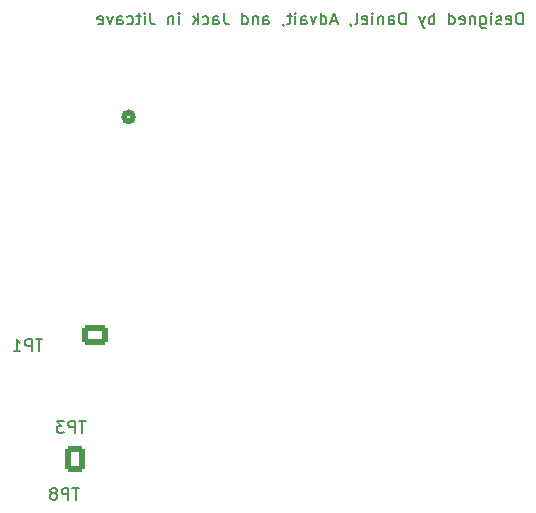
<source format=gbr>
G04 #@! TF.GenerationSoftware,KiCad,Pcbnew,8.0.5*
G04 #@! TF.CreationDate,2024-10-16T14:05:36-05:00*
G04 #@! TF.ProjectId,MonitoringSystem_PCB,4d6f6e69-746f-4726-996e-675379737465,rev?*
G04 #@! TF.SameCoordinates,Original*
G04 #@! TF.FileFunction,Legend,Bot*
G04 #@! TF.FilePolarity,Positive*
%FSLAX46Y46*%
G04 Gerber Fmt 4.6, Leading zero omitted, Abs format (unit mm)*
G04 Created by KiCad (PCBNEW 8.0.5) date 2024-10-16 14:05:36*
%MOMM*%
%LPD*%
G01*
G04 APERTURE LIST*
G04 Aperture macros list*
%AMRoundRect*
0 Rectangle with rounded corners*
0 $1 Rounding radius*
0 $2 $3 $4 $5 $6 $7 $8 $9 X,Y pos of 4 corners*
0 Add a 4 corners polygon primitive as box body*
4,1,4,$2,$3,$4,$5,$6,$7,$8,$9,$2,$3,0*
0 Add four circle primitives for the rounded corners*
1,1,$1+$1,$2,$3*
1,1,$1+$1,$4,$5*
1,1,$1+$1,$6,$7*
1,1,$1+$1,$8,$9*
0 Add four rect primitives between the rounded corners*
20,1,$1+$1,$2,$3,$4,$5,0*
20,1,$1+$1,$4,$5,$6,$7,0*
20,1,$1+$1,$6,$7,$8,$9,0*
20,1,$1+$1,$8,$9,$2,$3,0*%
G04 Aperture macros list end*
%ADD10C,0.150000*%
%ADD11C,0.508000*%
%ADD12RoundRect,0.250000X-0.620000X-0.845000X0.620000X-0.845000X0.620000X0.845000X-0.620000X0.845000X0*%
%ADD13O,1.740000X2.190000*%
%ADD14RoundRect,0.250000X-0.845000X0.620000X-0.845000X-0.620000X0.845000X-0.620000X0.845000X0.620000X0*%
%ADD15O,2.190000X1.740000*%
%ADD16C,3.520000*%
%ADD17C,1.632000*%
%ADD18RoundRect,0.102000X0.714000X-0.714000X0.714000X0.714000X-0.714000X0.714000X-0.714000X-0.714000X0*%
%ADD19C,2.800000*%
%ADD20C,3.200000*%
%ADD21C,1.700000*%
%ADD22RoundRect,0.250000X-0.600000X-0.600000X0.600000X-0.600000X0.600000X0.600000X-0.600000X0.600000X0*%
G04 APERTURE END LIST*
D10*
X162045420Y-84655019D02*
X162045420Y-83655019D01*
X162045420Y-83655019D02*
X161807325Y-83655019D01*
X161807325Y-83655019D02*
X161664468Y-83702638D01*
X161664468Y-83702638D02*
X161569230Y-83797876D01*
X161569230Y-83797876D02*
X161521611Y-83893114D01*
X161521611Y-83893114D02*
X161473992Y-84083590D01*
X161473992Y-84083590D02*
X161473992Y-84226447D01*
X161473992Y-84226447D02*
X161521611Y-84416923D01*
X161521611Y-84416923D02*
X161569230Y-84512161D01*
X161569230Y-84512161D02*
X161664468Y-84607400D01*
X161664468Y-84607400D02*
X161807325Y-84655019D01*
X161807325Y-84655019D02*
X162045420Y-84655019D01*
X160664468Y-84607400D02*
X160759706Y-84655019D01*
X160759706Y-84655019D02*
X160950182Y-84655019D01*
X160950182Y-84655019D02*
X161045420Y-84607400D01*
X161045420Y-84607400D02*
X161093039Y-84512161D01*
X161093039Y-84512161D02*
X161093039Y-84131209D01*
X161093039Y-84131209D02*
X161045420Y-84035971D01*
X161045420Y-84035971D02*
X160950182Y-83988352D01*
X160950182Y-83988352D02*
X160759706Y-83988352D01*
X160759706Y-83988352D02*
X160664468Y-84035971D01*
X160664468Y-84035971D02*
X160616849Y-84131209D01*
X160616849Y-84131209D02*
X160616849Y-84226447D01*
X160616849Y-84226447D02*
X161093039Y-84321685D01*
X160235896Y-84607400D02*
X160140658Y-84655019D01*
X160140658Y-84655019D02*
X159950182Y-84655019D01*
X159950182Y-84655019D02*
X159854944Y-84607400D01*
X159854944Y-84607400D02*
X159807325Y-84512161D01*
X159807325Y-84512161D02*
X159807325Y-84464542D01*
X159807325Y-84464542D02*
X159854944Y-84369304D01*
X159854944Y-84369304D02*
X159950182Y-84321685D01*
X159950182Y-84321685D02*
X160093039Y-84321685D01*
X160093039Y-84321685D02*
X160188277Y-84274066D01*
X160188277Y-84274066D02*
X160235896Y-84178828D01*
X160235896Y-84178828D02*
X160235896Y-84131209D01*
X160235896Y-84131209D02*
X160188277Y-84035971D01*
X160188277Y-84035971D02*
X160093039Y-83988352D01*
X160093039Y-83988352D02*
X159950182Y-83988352D01*
X159950182Y-83988352D02*
X159854944Y-84035971D01*
X159378753Y-84655019D02*
X159378753Y-83988352D01*
X159378753Y-83655019D02*
X159426372Y-83702638D01*
X159426372Y-83702638D02*
X159378753Y-83750257D01*
X159378753Y-83750257D02*
X159331134Y-83702638D01*
X159331134Y-83702638D02*
X159378753Y-83655019D01*
X159378753Y-83655019D02*
X159378753Y-83750257D01*
X158473992Y-83988352D02*
X158473992Y-84797876D01*
X158473992Y-84797876D02*
X158521611Y-84893114D01*
X158521611Y-84893114D02*
X158569230Y-84940733D01*
X158569230Y-84940733D02*
X158664468Y-84988352D01*
X158664468Y-84988352D02*
X158807325Y-84988352D01*
X158807325Y-84988352D02*
X158902563Y-84940733D01*
X158473992Y-84607400D02*
X158569230Y-84655019D01*
X158569230Y-84655019D02*
X158759706Y-84655019D01*
X158759706Y-84655019D02*
X158854944Y-84607400D01*
X158854944Y-84607400D02*
X158902563Y-84559780D01*
X158902563Y-84559780D02*
X158950182Y-84464542D01*
X158950182Y-84464542D02*
X158950182Y-84178828D01*
X158950182Y-84178828D02*
X158902563Y-84083590D01*
X158902563Y-84083590D02*
X158854944Y-84035971D01*
X158854944Y-84035971D02*
X158759706Y-83988352D01*
X158759706Y-83988352D02*
X158569230Y-83988352D01*
X158569230Y-83988352D02*
X158473992Y-84035971D01*
X157997801Y-83988352D02*
X157997801Y-84655019D01*
X157997801Y-84083590D02*
X157950182Y-84035971D01*
X157950182Y-84035971D02*
X157854944Y-83988352D01*
X157854944Y-83988352D02*
X157712087Y-83988352D01*
X157712087Y-83988352D02*
X157616849Y-84035971D01*
X157616849Y-84035971D02*
X157569230Y-84131209D01*
X157569230Y-84131209D02*
X157569230Y-84655019D01*
X156712087Y-84607400D02*
X156807325Y-84655019D01*
X156807325Y-84655019D02*
X156997801Y-84655019D01*
X156997801Y-84655019D02*
X157093039Y-84607400D01*
X157093039Y-84607400D02*
X157140658Y-84512161D01*
X157140658Y-84512161D02*
X157140658Y-84131209D01*
X157140658Y-84131209D02*
X157093039Y-84035971D01*
X157093039Y-84035971D02*
X156997801Y-83988352D01*
X156997801Y-83988352D02*
X156807325Y-83988352D01*
X156807325Y-83988352D02*
X156712087Y-84035971D01*
X156712087Y-84035971D02*
X156664468Y-84131209D01*
X156664468Y-84131209D02*
X156664468Y-84226447D01*
X156664468Y-84226447D02*
X157140658Y-84321685D01*
X155807325Y-84655019D02*
X155807325Y-83655019D01*
X155807325Y-84607400D02*
X155902563Y-84655019D01*
X155902563Y-84655019D02*
X156093039Y-84655019D01*
X156093039Y-84655019D02*
X156188277Y-84607400D01*
X156188277Y-84607400D02*
X156235896Y-84559780D01*
X156235896Y-84559780D02*
X156283515Y-84464542D01*
X156283515Y-84464542D02*
X156283515Y-84178828D01*
X156283515Y-84178828D02*
X156235896Y-84083590D01*
X156235896Y-84083590D02*
X156188277Y-84035971D01*
X156188277Y-84035971D02*
X156093039Y-83988352D01*
X156093039Y-83988352D02*
X155902563Y-83988352D01*
X155902563Y-83988352D02*
X155807325Y-84035971D01*
X154569229Y-84655019D02*
X154569229Y-83655019D01*
X154569229Y-84035971D02*
X154473991Y-83988352D01*
X154473991Y-83988352D02*
X154283515Y-83988352D01*
X154283515Y-83988352D02*
X154188277Y-84035971D01*
X154188277Y-84035971D02*
X154140658Y-84083590D01*
X154140658Y-84083590D02*
X154093039Y-84178828D01*
X154093039Y-84178828D02*
X154093039Y-84464542D01*
X154093039Y-84464542D02*
X154140658Y-84559780D01*
X154140658Y-84559780D02*
X154188277Y-84607400D01*
X154188277Y-84607400D02*
X154283515Y-84655019D01*
X154283515Y-84655019D02*
X154473991Y-84655019D01*
X154473991Y-84655019D02*
X154569229Y-84607400D01*
X153759705Y-83988352D02*
X153521610Y-84655019D01*
X153283515Y-83988352D02*
X153521610Y-84655019D01*
X153521610Y-84655019D02*
X153616848Y-84893114D01*
X153616848Y-84893114D02*
X153664467Y-84940733D01*
X153664467Y-84940733D02*
X153759705Y-84988352D01*
X152140657Y-84655019D02*
X152140657Y-83655019D01*
X152140657Y-83655019D02*
X151902562Y-83655019D01*
X151902562Y-83655019D02*
X151759705Y-83702638D01*
X151759705Y-83702638D02*
X151664467Y-83797876D01*
X151664467Y-83797876D02*
X151616848Y-83893114D01*
X151616848Y-83893114D02*
X151569229Y-84083590D01*
X151569229Y-84083590D02*
X151569229Y-84226447D01*
X151569229Y-84226447D02*
X151616848Y-84416923D01*
X151616848Y-84416923D02*
X151664467Y-84512161D01*
X151664467Y-84512161D02*
X151759705Y-84607400D01*
X151759705Y-84607400D02*
X151902562Y-84655019D01*
X151902562Y-84655019D02*
X152140657Y-84655019D01*
X150712086Y-84655019D02*
X150712086Y-84131209D01*
X150712086Y-84131209D02*
X150759705Y-84035971D01*
X150759705Y-84035971D02*
X150854943Y-83988352D01*
X150854943Y-83988352D02*
X151045419Y-83988352D01*
X151045419Y-83988352D02*
X151140657Y-84035971D01*
X150712086Y-84607400D02*
X150807324Y-84655019D01*
X150807324Y-84655019D02*
X151045419Y-84655019D01*
X151045419Y-84655019D02*
X151140657Y-84607400D01*
X151140657Y-84607400D02*
X151188276Y-84512161D01*
X151188276Y-84512161D02*
X151188276Y-84416923D01*
X151188276Y-84416923D02*
X151140657Y-84321685D01*
X151140657Y-84321685D02*
X151045419Y-84274066D01*
X151045419Y-84274066D02*
X150807324Y-84274066D01*
X150807324Y-84274066D02*
X150712086Y-84226447D01*
X150235895Y-83988352D02*
X150235895Y-84655019D01*
X150235895Y-84083590D02*
X150188276Y-84035971D01*
X150188276Y-84035971D02*
X150093038Y-83988352D01*
X150093038Y-83988352D02*
X149950181Y-83988352D01*
X149950181Y-83988352D02*
X149854943Y-84035971D01*
X149854943Y-84035971D02*
X149807324Y-84131209D01*
X149807324Y-84131209D02*
X149807324Y-84655019D01*
X149331133Y-84655019D02*
X149331133Y-83988352D01*
X149331133Y-83655019D02*
X149378752Y-83702638D01*
X149378752Y-83702638D02*
X149331133Y-83750257D01*
X149331133Y-83750257D02*
X149283514Y-83702638D01*
X149283514Y-83702638D02*
X149331133Y-83655019D01*
X149331133Y-83655019D02*
X149331133Y-83750257D01*
X148473991Y-84607400D02*
X148569229Y-84655019D01*
X148569229Y-84655019D02*
X148759705Y-84655019D01*
X148759705Y-84655019D02*
X148854943Y-84607400D01*
X148854943Y-84607400D02*
X148902562Y-84512161D01*
X148902562Y-84512161D02*
X148902562Y-84131209D01*
X148902562Y-84131209D02*
X148854943Y-84035971D01*
X148854943Y-84035971D02*
X148759705Y-83988352D01*
X148759705Y-83988352D02*
X148569229Y-83988352D01*
X148569229Y-83988352D02*
X148473991Y-84035971D01*
X148473991Y-84035971D02*
X148426372Y-84131209D01*
X148426372Y-84131209D02*
X148426372Y-84226447D01*
X148426372Y-84226447D02*
X148902562Y-84321685D01*
X147854943Y-84655019D02*
X147950181Y-84607400D01*
X147950181Y-84607400D02*
X147997800Y-84512161D01*
X147997800Y-84512161D02*
X147997800Y-83655019D01*
X147426371Y-84607400D02*
X147426371Y-84655019D01*
X147426371Y-84655019D02*
X147473990Y-84750257D01*
X147473990Y-84750257D02*
X147521609Y-84797876D01*
X146283514Y-84369304D02*
X145807324Y-84369304D01*
X146378752Y-84655019D02*
X146045419Y-83655019D01*
X146045419Y-83655019D02*
X145712086Y-84655019D01*
X144950181Y-84655019D02*
X144950181Y-83655019D01*
X144950181Y-84607400D02*
X145045419Y-84655019D01*
X145045419Y-84655019D02*
X145235895Y-84655019D01*
X145235895Y-84655019D02*
X145331133Y-84607400D01*
X145331133Y-84607400D02*
X145378752Y-84559780D01*
X145378752Y-84559780D02*
X145426371Y-84464542D01*
X145426371Y-84464542D02*
X145426371Y-84178828D01*
X145426371Y-84178828D02*
X145378752Y-84083590D01*
X145378752Y-84083590D02*
X145331133Y-84035971D01*
X145331133Y-84035971D02*
X145235895Y-83988352D01*
X145235895Y-83988352D02*
X145045419Y-83988352D01*
X145045419Y-83988352D02*
X144950181Y-84035971D01*
X144569228Y-83988352D02*
X144331133Y-84655019D01*
X144331133Y-84655019D02*
X144093038Y-83988352D01*
X143283514Y-84655019D02*
X143283514Y-84131209D01*
X143283514Y-84131209D02*
X143331133Y-84035971D01*
X143331133Y-84035971D02*
X143426371Y-83988352D01*
X143426371Y-83988352D02*
X143616847Y-83988352D01*
X143616847Y-83988352D02*
X143712085Y-84035971D01*
X143283514Y-84607400D02*
X143378752Y-84655019D01*
X143378752Y-84655019D02*
X143616847Y-84655019D01*
X143616847Y-84655019D02*
X143712085Y-84607400D01*
X143712085Y-84607400D02*
X143759704Y-84512161D01*
X143759704Y-84512161D02*
X143759704Y-84416923D01*
X143759704Y-84416923D02*
X143712085Y-84321685D01*
X143712085Y-84321685D02*
X143616847Y-84274066D01*
X143616847Y-84274066D02*
X143378752Y-84274066D01*
X143378752Y-84274066D02*
X143283514Y-84226447D01*
X142807323Y-84655019D02*
X142807323Y-83988352D01*
X142807323Y-83655019D02*
X142854942Y-83702638D01*
X142854942Y-83702638D02*
X142807323Y-83750257D01*
X142807323Y-83750257D02*
X142759704Y-83702638D01*
X142759704Y-83702638D02*
X142807323Y-83655019D01*
X142807323Y-83655019D02*
X142807323Y-83750257D01*
X142473990Y-83988352D02*
X142093038Y-83988352D01*
X142331133Y-83655019D02*
X142331133Y-84512161D01*
X142331133Y-84512161D02*
X142283514Y-84607400D01*
X142283514Y-84607400D02*
X142188276Y-84655019D01*
X142188276Y-84655019D02*
X142093038Y-84655019D01*
X141712085Y-84607400D02*
X141712085Y-84655019D01*
X141712085Y-84655019D02*
X141759704Y-84750257D01*
X141759704Y-84750257D02*
X141807323Y-84797876D01*
X140093038Y-84655019D02*
X140093038Y-84131209D01*
X140093038Y-84131209D02*
X140140657Y-84035971D01*
X140140657Y-84035971D02*
X140235895Y-83988352D01*
X140235895Y-83988352D02*
X140426371Y-83988352D01*
X140426371Y-83988352D02*
X140521609Y-84035971D01*
X140093038Y-84607400D02*
X140188276Y-84655019D01*
X140188276Y-84655019D02*
X140426371Y-84655019D01*
X140426371Y-84655019D02*
X140521609Y-84607400D01*
X140521609Y-84607400D02*
X140569228Y-84512161D01*
X140569228Y-84512161D02*
X140569228Y-84416923D01*
X140569228Y-84416923D02*
X140521609Y-84321685D01*
X140521609Y-84321685D02*
X140426371Y-84274066D01*
X140426371Y-84274066D02*
X140188276Y-84274066D01*
X140188276Y-84274066D02*
X140093038Y-84226447D01*
X139616847Y-83988352D02*
X139616847Y-84655019D01*
X139616847Y-84083590D02*
X139569228Y-84035971D01*
X139569228Y-84035971D02*
X139473990Y-83988352D01*
X139473990Y-83988352D02*
X139331133Y-83988352D01*
X139331133Y-83988352D02*
X139235895Y-84035971D01*
X139235895Y-84035971D02*
X139188276Y-84131209D01*
X139188276Y-84131209D02*
X139188276Y-84655019D01*
X138283514Y-84655019D02*
X138283514Y-83655019D01*
X138283514Y-84607400D02*
X138378752Y-84655019D01*
X138378752Y-84655019D02*
X138569228Y-84655019D01*
X138569228Y-84655019D02*
X138664466Y-84607400D01*
X138664466Y-84607400D02*
X138712085Y-84559780D01*
X138712085Y-84559780D02*
X138759704Y-84464542D01*
X138759704Y-84464542D02*
X138759704Y-84178828D01*
X138759704Y-84178828D02*
X138712085Y-84083590D01*
X138712085Y-84083590D02*
X138664466Y-84035971D01*
X138664466Y-84035971D02*
X138569228Y-83988352D01*
X138569228Y-83988352D02*
X138378752Y-83988352D01*
X138378752Y-83988352D02*
X138283514Y-84035971D01*
X136759704Y-83655019D02*
X136759704Y-84369304D01*
X136759704Y-84369304D02*
X136807323Y-84512161D01*
X136807323Y-84512161D02*
X136902561Y-84607400D01*
X136902561Y-84607400D02*
X137045418Y-84655019D01*
X137045418Y-84655019D02*
X137140656Y-84655019D01*
X135854942Y-84655019D02*
X135854942Y-84131209D01*
X135854942Y-84131209D02*
X135902561Y-84035971D01*
X135902561Y-84035971D02*
X135997799Y-83988352D01*
X135997799Y-83988352D02*
X136188275Y-83988352D01*
X136188275Y-83988352D02*
X136283513Y-84035971D01*
X135854942Y-84607400D02*
X135950180Y-84655019D01*
X135950180Y-84655019D02*
X136188275Y-84655019D01*
X136188275Y-84655019D02*
X136283513Y-84607400D01*
X136283513Y-84607400D02*
X136331132Y-84512161D01*
X136331132Y-84512161D02*
X136331132Y-84416923D01*
X136331132Y-84416923D02*
X136283513Y-84321685D01*
X136283513Y-84321685D02*
X136188275Y-84274066D01*
X136188275Y-84274066D02*
X135950180Y-84274066D01*
X135950180Y-84274066D02*
X135854942Y-84226447D01*
X134950180Y-84607400D02*
X135045418Y-84655019D01*
X135045418Y-84655019D02*
X135235894Y-84655019D01*
X135235894Y-84655019D02*
X135331132Y-84607400D01*
X135331132Y-84607400D02*
X135378751Y-84559780D01*
X135378751Y-84559780D02*
X135426370Y-84464542D01*
X135426370Y-84464542D02*
X135426370Y-84178828D01*
X135426370Y-84178828D02*
X135378751Y-84083590D01*
X135378751Y-84083590D02*
X135331132Y-84035971D01*
X135331132Y-84035971D02*
X135235894Y-83988352D01*
X135235894Y-83988352D02*
X135045418Y-83988352D01*
X135045418Y-83988352D02*
X134950180Y-84035971D01*
X134521608Y-84655019D02*
X134521608Y-83655019D01*
X134426370Y-84274066D02*
X134140656Y-84655019D01*
X134140656Y-83988352D02*
X134521608Y-84369304D01*
X132950179Y-84655019D02*
X132950179Y-83988352D01*
X132950179Y-83655019D02*
X132997798Y-83702638D01*
X132997798Y-83702638D02*
X132950179Y-83750257D01*
X132950179Y-83750257D02*
X132902560Y-83702638D01*
X132902560Y-83702638D02*
X132950179Y-83655019D01*
X132950179Y-83655019D02*
X132950179Y-83750257D01*
X132473989Y-83988352D02*
X132473989Y-84655019D01*
X132473989Y-84083590D02*
X132426370Y-84035971D01*
X132426370Y-84035971D02*
X132331132Y-83988352D01*
X132331132Y-83988352D02*
X132188275Y-83988352D01*
X132188275Y-83988352D02*
X132093037Y-84035971D01*
X132093037Y-84035971D02*
X132045418Y-84131209D01*
X132045418Y-84131209D02*
X132045418Y-84655019D01*
X130521608Y-83655019D02*
X130521608Y-84369304D01*
X130521608Y-84369304D02*
X130569227Y-84512161D01*
X130569227Y-84512161D02*
X130664465Y-84607400D01*
X130664465Y-84607400D02*
X130807322Y-84655019D01*
X130807322Y-84655019D02*
X130902560Y-84655019D01*
X130045417Y-84655019D02*
X130045417Y-83988352D01*
X130045417Y-83655019D02*
X130093036Y-83702638D01*
X130093036Y-83702638D02*
X130045417Y-83750257D01*
X130045417Y-83750257D02*
X129997798Y-83702638D01*
X129997798Y-83702638D02*
X130045417Y-83655019D01*
X130045417Y-83655019D02*
X130045417Y-83750257D01*
X129712084Y-83988352D02*
X129331132Y-83988352D01*
X129569227Y-83655019D02*
X129569227Y-84512161D01*
X129569227Y-84512161D02*
X129521608Y-84607400D01*
X129521608Y-84607400D02*
X129426370Y-84655019D01*
X129426370Y-84655019D02*
X129331132Y-84655019D01*
X128569227Y-84607400D02*
X128664465Y-84655019D01*
X128664465Y-84655019D02*
X128854941Y-84655019D01*
X128854941Y-84655019D02*
X128950179Y-84607400D01*
X128950179Y-84607400D02*
X128997798Y-84559780D01*
X128997798Y-84559780D02*
X129045417Y-84464542D01*
X129045417Y-84464542D02*
X129045417Y-84178828D01*
X129045417Y-84178828D02*
X128997798Y-84083590D01*
X128997798Y-84083590D02*
X128950179Y-84035971D01*
X128950179Y-84035971D02*
X128854941Y-83988352D01*
X128854941Y-83988352D02*
X128664465Y-83988352D01*
X128664465Y-83988352D02*
X128569227Y-84035971D01*
X127712084Y-84655019D02*
X127712084Y-84131209D01*
X127712084Y-84131209D02*
X127759703Y-84035971D01*
X127759703Y-84035971D02*
X127854941Y-83988352D01*
X127854941Y-83988352D02*
X128045417Y-83988352D01*
X128045417Y-83988352D02*
X128140655Y-84035971D01*
X127712084Y-84607400D02*
X127807322Y-84655019D01*
X127807322Y-84655019D02*
X128045417Y-84655019D01*
X128045417Y-84655019D02*
X128140655Y-84607400D01*
X128140655Y-84607400D02*
X128188274Y-84512161D01*
X128188274Y-84512161D02*
X128188274Y-84416923D01*
X128188274Y-84416923D02*
X128140655Y-84321685D01*
X128140655Y-84321685D02*
X128045417Y-84274066D01*
X128045417Y-84274066D02*
X127807322Y-84274066D01*
X127807322Y-84274066D02*
X127712084Y-84226447D01*
X127331131Y-83988352D02*
X127093036Y-84655019D01*
X127093036Y-84655019D02*
X126854941Y-83988352D01*
X126093036Y-84607400D02*
X126188274Y-84655019D01*
X126188274Y-84655019D02*
X126378750Y-84655019D01*
X126378750Y-84655019D02*
X126473988Y-84607400D01*
X126473988Y-84607400D02*
X126521607Y-84512161D01*
X126521607Y-84512161D02*
X126521607Y-84131209D01*
X126521607Y-84131209D02*
X126473988Y-84035971D01*
X126473988Y-84035971D02*
X126378750Y-83988352D01*
X126378750Y-83988352D02*
X126188274Y-83988352D01*
X126188274Y-83988352D02*
X126093036Y-84035971D01*
X126093036Y-84035971D02*
X126045417Y-84131209D01*
X126045417Y-84131209D02*
X126045417Y-84226447D01*
X126045417Y-84226447D02*
X126521607Y-84321685D01*
X124477304Y-123914819D02*
X123905876Y-123914819D01*
X124191590Y-124914819D02*
X124191590Y-123914819D01*
X123572542Y-124914819D02*
X123572542Y-123914819D01*
X123572542Y-123914819D02*
X123191590Y-123914819D01*
X123191590Y-123914819D02*
X123096352Y-123962438D01*
X123096352Y-123962438D02*
X123048733Y-124010057D01*
X123048733Y-124010057D02*
X123001114Y-124105295D01*
X123001114Y-124105295D02*
X123001114Y-124248152D01*
X123001114Y-124248152D02*
X123048733Y-124343390D01*
X123048733Y-124343390D02*
X123096352Y-124391009D01*
X123096352Y-124391009D02*
X123191590Y-124438628D01*
X123191590Y-124438628D02*
X123572542Y-124438628D01*
X122429685Y-124343390D02*
X122524923Y-124295771D01*
X122524923Y-124295771D02*
X122572542Y-124248152D01*
X122572542Y-124248152D02*
X122620161Y-124152914D01*
X122620161Y-124152914D02*
X122620161Y-124105295D01*
X122620161Y-124105295D02*
X122572542Y-124010057D01*
X122572542Y-124010057D02*
X122524923Y-123962438D01*
X122524923Y-123962438D02*
X122429685Y-123914819D01*
X122429685Y-123914819D02*
X122239209Y-123914819D01*
X122239209Y-123914819D02*
X122143971Y-123962438D01*
X122143971Y-123962438D02*
X122096352Y-124010057D01*
X122096352Y-124010057D02*
X122048733Y-124105295D01*
X122048733Y-124105295D02*
X122048733Y-124152914D01*
X122048733Y-124152914D02*
X122096352Y-124248152D01*
X122096352Y-124248152D02*
X122143971Y-124295771D01*
X122143971Y-124295771D02*
X122239209Y-124343390D01*
X122239209Y-124343390D02*
X122429685Y-124343390D01*
X122429685Y-124343390D02*
X122524923Y-124391009D01*
X122524923Y-124391009D02*
X122572542Y-124438628D01*
X122572542Y-124438628D02*
X122620161Y-124533866D01*
X122620161Y-124533866D02*
X122620161Y-124724342D01*
X122620161Y-124724342D02*
X122572542Y-124819580D01*
X122572542Y-124819580D02*
X122524923Y-124867200D01*
X122524923Y-124867200D02*
X122429685Y-124914819D01*
X122429685Y-124914819D02*
X122239209Y-124914819D01*
X122239209Y-124914819D02*
X122143971Y-124867200D01*
X122143971Y-124867200D02*
X122096352Y-124819580D01*
X122096352Y-124819580D02*
X122048733Y-124724342D01*
X122048733Y-124724342D02*
X122048733Y-124533866D01*
X122048733Y-124533866D02*
X122096352Y-124438628D01*
X122096352Y-124438628D02*
X122143971Y-124391009D01*
X122143971Y-124391009D02*
X122239209Y-124343390D01*
X125036104Y-118250619D02*
X124464676Y-118250619D01*
X124750390Y-119250619D02*
X124750390Y-118250619D01*
X124131342Y-119250619D02*
X124131342Y-118250619D01*
X124131342Y-118250619D02*
X123750390Y-118250619D01*
X123750390Y-118250619D02*
X123655152Y-118298238D01*
X123655152Y-118298238D02*
X123607533Y-118345857D01*
X123607533Y-118345857D02*
X123559914Y-118441095D01*
X123559914Y-118441095D02*
X123559914Y-118583952D01*
X123559914Y-118583952D02*
X123607533Y-118679190D01*
X123607533Y-118679190D02*
X123655152Y-118726809D01*
X123655152Y-118726809D02*
X123750390Y-118774428D01*
X123750390Y-118774428D02*
X124131342Y-118774428D01*
X123226580Y-118250619D02*
X122607533Y-118250619D01*
X122607533Y-118250619D02*
X122940866Y-118631571D01*
X122940866Y-118631571D02*
X122798009Y-118631571D01*
X122798009Y-118631571D02*
X122702771Y-118679190D01*
X122702771Y-118679190D02*
X122655152Y-118726809D01*
X122655152Y-118726809D02*
X122607533Y-118822047D01*
X122607533Y-118822047D02*
X122607533Y-119060142D01*
X122607533Y-119060142D02*
X122655152Y-119155380D01*
X122655152Y-119155380D02*
X122702771Y-119203000D01*
X122702771Y-119203000D02*
X122798009Y-119250619D01*
X122798009Y-119250619D02*
X123083723Y-119250619D01*
X123083723Y-119250619D02*
X123178961Y-119203000D01*
X123178961Y-119203000D02*
X123226580Y-119155380D01*
X121378504Y-111335019D02*
X120807076Y-111335019D01*
X121092790Y-112335019D02*
X121092790Y-111335019D01*
X120473742Y-112335019D02*
X120473742Y-111335019D01*
X120473742Y-111335019D02*
X120092790Y-111335019D01*
X120092790Y-111335019D02*
X119997552Y-111382638D01*
X119997552Y-111382638D02*
X119949933Y-111430257D01*
X119949933Y-111430257D02*
X119902314Y-111525495D01*
X119902314Y-111525495D02*
X119902314Y-111668352D01*
X119902314Y-111668352D02*
X119949933Y-111763590D01*
X119949933Y-111763590D02*
X119997552Y-111811209D01*
X119997552Y-111811209D02*
X120092790Y-111858828D01*
X120092790Y-111858828D02*
X120473742Y-111858828D01*
X118949933Y-112335019D02*
X119521361Y-112335019D01*
X119235647Y-112335019D02*
X119235647Y-111335019D01*
X119235647Y-111335019D02*
X119330885Y-111477876D01*
X119330885Y-111477876D02*
X119426123Y-111573114D01*
X119426123Y-111573114D02*
X119521361Y-111620733D01*
D11*
X129057400Y-92489782D02*
G75*
G02*
X128295400Y-92489782I-381000J0D01*
G01*
X128295400Y-92489782D02*
G75*
G02*
X129057400Y-92489782I381000J0D01*
G01*
%LPC*%
D12*
X124180600Y-121488200D03*
D13*
X126720600Y-121488200D03*
X129260600Y-121488200D03*
D14*
X125831600Y-110947200D03*
D15*
X125831600Y-113487200D03*
X125831600Y-116027200D03*
D16*
X189545800Y-91394400D03*
X189545800Y-103434400D03*
D17*
X186835800Y-96164400D03*
X186835800Y-98664400D03*
D18*
X184835800Y-96164400D03*
D17*
X184835800Y-98664400D03*
D19*
X188264800Y-122555000D03*
X173583600Y-85750400D03*
X185394600Y-86309200D03*
X120167400Y-122885200D03*
X113893600Y-114808000D03*
X184150000Y-122580400D03*
X189534800Y-86156800D03*
X122758200Y-85953600D03*
X120345200Y-118745000D03*
X167132000Y-85623400D03*
X120116600Y-114630200D03*
D20*
X115000000Y-121000000D03*
X196000000Y-121000000D03*
X196000000Y-87000000D03*
X115000000Y-87000000D03*
D21*
X118313200Y-106807000D03*
X115773200Y-106807000D03*
X118313200Y-104267000D03*
X115773200Y-104267000D03*
X118313200Y-101727000D03*
X115773200Y-101727000D03*
X118313200Y-99187000D03*
X115773200Y-99187000D03*
X118313200Y-96647000D03*
D22*
X115773200Y-96647000D03*
%LPD*%
M02*

</source>
